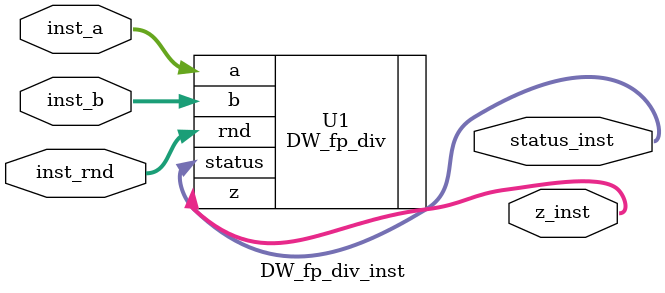
<source format=v>
module DW_fp_div_inst( inst_a, inst_b, inst_rnd, z_inst, status_inst );

   parameter sig_width = 23;
   parameter exp_width = 8;
   parameter ieee_compliance = 1;
   parameter faithful_round = 0;
   
   input [sig_width+exp_width : 0]  inst_a;
   input [sig_width+exp_width : 0]  inst_b;
   input [2 : 0] 		    inst_rnd;
   output [sig_width+exp_width : 0] z_inst;
   output [7 : 0] 		    status_inst;
   
   // Instance of DW_fp_div
   DW_fp_div #(sig_width, exp_width, ieee_compliance, faithful_round) U1 
     (.a(inst_a), .b(inst_b), .rnd(inst_rnd), .z(z_inst), .status(status_inst));
endmodule 


</source>
